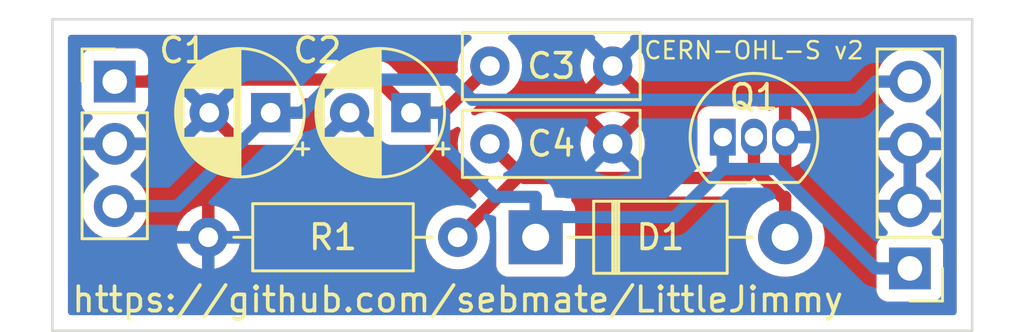
<source format=kicad_pcb>
(kicad_pcb (version 20211014) (generator pcbnew)
  (title_block (title "LittleJimmy") (date "2023-05-13") (rev "0.1") (company "Sebastian Mate"))
  (layers (0 "F.Cu" signal) (31 "B.Cu" signal) (34 "B.Paste" user) (35 "F.Paste" user) (36 "B.SilkS" user "B.Silkscreen") (37 "F.SilkS" user "F.Silkscreen") (38 "B.Mask" user) (39 "F.Mask" user) (44 "Edge.Cuts" user))
  (net 0 "")
  (net 1 "VCC")
  (net 2 "GND")
  (net 3 "+5V")
  (net 4 "Net-(C4-Pad1)")
  (footprint "Package_TO_SOT_THT:TO-92_Inline" (layer "F.Cu") (at 76.2 33.38)
    (fp_text reference "Q1" (at 1.27 -1.63 180) (layer "F.SilkS"))
    (fp_text value "BT169B")
    (fp_line (start -0.53 1.85) (end 3.07 1.85) (layer "F.SilkS") (width 0.12))
    (fp_arc (start 1.27 -2.6) (mid 3.672087 -0.994977) (end 3.108478 1.838478) (layer "F.SilkS") (width 0.12))
    (fp_arc (start -0.568478 1.838478) (mid -1.132087 -0.994977) (end 1.27 -2.6) (layer "F.SilkS") (width 0.12))
    (pad "1" thru_hole rect (at 0 0) (size 1.05 1.5) (drill 0.75) (layers *.Cu *.Mask) (net 3 "+5V"))
    (pad "2" thru_hole oval (at 1.27 0) (size 1.05 1.5) (drill 0.75) (layers *.Cu *.Mask) (net 4 "Net-(C4-Pad1)"))
    (pad "3" thru_hole oval (at 2.54 0) (size 1.05 1.5) (drill 0.75) (layers *.Cu *.Mask) (net 2 "GND"))
  )
  (footprint "Capacitor_THT:CP_Radial_D5.0mm_P2.50mm" (layer "F.Cu") (at 57.785 32.385 180)
    (fp_text reference "C1" (at 3.556 2.54) (layer "F.SilkS"))
    (fp_text value "10uF")
    (fp_line (start 3.011 -1.901) (end 3.011 -1.04) (layer "F.SilkS") (width 0.12))
    (fp_line (start 3.211 1.04) (end 3.211 1.699) (layer "F.SilkS") (width 0.12))
    (fp_line (start 2.571 1.04) (end 2.571 2.224) (layer "F.SilkS") (width 0.12))
    (fp_line (start 3.811 -0.518) (end 3.811 0.518) (layer "F.SilkS") (width 0.12))
    (fp_line (start 3.291 1.04) (end 3.291 1.605) (layer "F.SilkS") (width 0.12))
    (fp_line (start 2.211 -2.398) (end 2.211 -1.04) (layer "F.SilkS") (width 0.12))
    (fp_line (start 3.171 -1.743) (end 3.171 -1.04) (layer "F.SilkS") (width 0.12))
    (fp_line (start 2.771 -2.095) (end 2.771 -1.04) (layer "F.SilkS") (width 0.12))
    (fp_line (start 1.93 -2.491) (end 1.93 -1.04) (layer "F.SilkS") (width 0.12))
    (fp_line (start 1.49 1.04) (end 1.49 2.569) (layer "F.SilkS") (width 0.12))
    (fp_line (start 1.65 -2.55) (end 1.65 -1.04) (layer "F.SilkS") (width 0.12))
    (fp_line (start 2.131 -2.428) (end 2.131 -1.04) (layer "F.SilkS") (width 0.12))
    (fp_line (start 1.77 1.04) (end 1.77 2.528) (layer "F.SilkS") (width 0.12))
    (fp_line (start 3.491 1.04) (end 3.491 1.319) (layer "F.SilkS") (width 0.12))
    (fp_line (start 2.291 -2.365) (end 2.291 -1.04) (layer "F.SilkS") (width 0.12))
    (fp_line (start 3.771 -0.677) (end 3.771 0.677) (layer "F.SilkS") (width 0.12))
    (fp_line (start 3.131 -1.785) (end 3.131 -1.04) (layer "F.SilkS") (width 0.12))
    (fp_line (start 2.091 -2.442) (end 2.091 -1.04) (layer "F.SilkS") (width 0.12))
    (fp_line (start 3.371 -1.5) (end 3.371 -1.04) (layer "F.SilkS") (width 0.12))
    (fp_line (start 3.211 -1.699) (end 3.211 -1.04) (layer "F.SilkS") (width 0.12))
    (fp_line (start 2.371 -2.329) (end 2.371 -1.04) (layer "F.SilkS") (width 0.12))
    (fp_line (start 3.051 -1.864) (end 3.051 -1.04) (layer "F.SilkS") (width 0.12))
    (fp_line (start 3.531 -1.251) (end 3.531 -1.04) (layer "F.SilkS") (width 0.12))
    (fp_line (start 1.65 1.04) (end 1.65 2.55) (layer "F.SilkS") (width 0.12))
    (fp_line (start 1.73 -2.536) (end 1.73 -1.04) (layer "F.SilkS") (width 0.12))
    (fp_line (start 2.731 1.04) (end 2.731 2.122) (layer "F.SilkS") (width 0.12))
    (fp_line (start 3.451 1.04) (end 3.451 1.383) (layer "F.SilkS") (width 0.12))
    (fp_line (start 1.73 1.04) (end 1.73 2.536) (layer "F.SilkS") (width 0.12))
    (fp_line (start 3.571 -1.178) (end 3.571 1.178) (layer "F.SilkS") (width 0.12))
    (fp_line (start 1.69 -2.543) (end 1.69 -1.04) (layer "F.SilkS") (width 0.12))
    (fp_line (start 3.291 -1.605) (end 3.291 -1.04) (layer "F.SilkS") (width 0.12))
    (fp_line (start 2.411 1.04) (end 2.411 2.31) (layer "F.SilkS") (width 0.12))
    (fp_line (start 2.491 -2.268) (end 2.491 -1.04) (layer "F.SilkS") (width 0.12))
    (fp_line (start 2.891 -2.004) (end 2.891 -1.04) (layer "F.SilkS") (width 0.12))
    (fp_line (start 1.971 1.04) (end 1.971 2.48) (layer "F.SilkS") (width 0.12))
    (fp_line (start 2.731 -2.122) (end 2.731 -1.04) (layer "F.SilkS") (width 0.12))
    (fp_line (start 3.411 -1.443) (end 3.411 -1.04) (layer "F.SilkS") (width 0.12))
    (fp_line (start 2.491 1.04) (end 2.491 2.268) (layer "F.SilkS") (width 0.12))
    (fp_line (start 3.171 1.04) (end 3.171 1.743) (layer "F.SilkS") (width 0.12))
    (fp_line (start 2.531 -2.247) (end 2.531 -1.04) (layer "F.SilkS") (width 0.12))
    (fp_line (start 2.651 1.04) (end 2.651 2.175) (layer "F.SilkS") (width 0.12))
    (fp_line (start 2.291 1.04) (end 2.291 2.365) (layer "F.SilkS") (width 0.12))
    (fp_line (start 3.411 1.04) (end 3.411 1.443) (layer "F.SilkS") (width 0.12))
    (fp_line (start 2.611 -2.2) (end 2.611 -1.04) (layer "F.SilkS") (width 0.12))
    (fp_line (start 2.171 -2.414) (end 2.171 -1.04) (layer "F.SilkS") (width 0.12))
    (fp_line (start 3.251 1.04) (end 3.251 1.653) (layer "F.SilkS") (width 0.12))
    (fp_line (start 1.89 -2.501) (end 1.89 -1.04) (layer "F.SilkS") (width 0.12))
    (fp_line (start 2.611 1.04) (end 2.611 2.2) (layer "F.SilkS") (width 0.12))
    (fp_line (start 3.011 1.04) (end 3.011 1.901) (layer "F.SilkS") (width 0.12))
    (fp_line (start 1.93 1.04) (end 1.93 2.491) (layer "F.SilkS") (width 0.12))
    (fp_line (start 2.331 1.04) (end 2.331 2.348) (layer "F.SilkS") (width 0.12))
    (fp_line (start 2.851 1.04) (end 2.851 2.035) (layer "F.SilkS") (width 0.12))
    (fp_line (start 2.571 -2.224) (end 2.571 -1.04) (layer "F.SilkS") (width 0.12))
    (fp_line (start 2.811 1.04) (end 2.811 2.065) (layer "F.SilkS") (width 0.12))
    (fp_line (start 2.931 -1.971) (end 2.931 -1.04) (layer "F.SilkS") (width 0.12))
    (fp_line (start 2.331 -2.348) (end 2.331 -1.04) (layer "F.SilkS") (width 0.12))
    (fp_line (start 1.61 1.04) (end 1.61 2.556) (layer "F.SilkS") (width 0.12))
    (fp_line (start 2.651 -2.175) (end 2.651 -1.04) (layer "F.SilkS") (width 0.12))
    (fp_line (start 2.851 -2.035) (end 2.851 -1.04) (layer "F.SilkS") (width 0.12))
    (fp_line (start 2.091 1.04) (end 2.091 2.442) (layer "F.SilkS") (width 0.12))
    (fp_line (start 1.37 -2.578) (end 1.37 2.578) (layer "F.SilkS") (width 0.12))
    (fp_line (start 1.53 1.04) (end 1.53 2.565) (layer "F.SilkS") (width 0.12))
    (fp_line (start 2.451 -2.29) (end 2.451 -1.04) (layer "F.SilkS") (width 0.12))
    (fp_line (start 3.691 -0.915) (end 3.691 0.915) (layer "F.SilkS") (width 0.12))
    (fp_line (start 1.77 -2.528) (end 1.77 -1.04) (layer "F.SilkS") (width 0.12))
    (fp_line (start 1.25 -2.58) (end 1.25 2.58) (layer "F.SilkS") (width 0.12))
    (fp_line (start 2.771 1.04) (end 2.771 2.095) (layer "F.SilkS") (width 0.12))
    (fp_line (start 1.57 -2.561) (end 1.57 -1.04) (layer "F.SilkS") (width 0.12))
    (fp_line (start 1.53 -2.565) (end 1.53 -1.04) (layer "F.SilkS") (width 0.12))
    (fp_line (start 3.851 -0.284) (end 3.851 0.284) (layer "F.SilkS") (width 0.12))
    (fp_line (start 2.251 1.04) (end 2.251 2.382) (layer "F.SilkS") (width 0.12))
    (fp_line (start 2.811 -2.065) (end 2.811 -1.04) (layer "F.SilkS") (width 0.12))
    (fp_line (start 2.931 1.04) (end 2.931 1.971) (layer "F.SilkS") (width 0.12))
    (fp_line (start 2.531 1.04) (end 2.531 2.247) (layer "F.SilkS") (width 0.12))
    (fp_line (start 3.611 -1.098) (end 3.611 1.098) (layer "F.SilkS") (width 0.12))
    (fp_line (start 2.051 1.04) (end 2.051 2.455) (layer "F.SilkS") (width 0.12))
    (fp_line (start 3.731 -0.805) (end 3.731 0.805) (layer "F.SilkS") (width 0.12))
    (fp_line (start 1.85 -2.511) (end 1.85 -1.04) (layer "F.SilkS") (width 0.12))
    (fp_line (start 2.971 -1.937) (end 2.971 -1.04) (layer "F.SilkS") (width 0.12))
    (fp_line (start 2.131 1.04) (end 2.131 2.428) (layer "F.SilkS") (width 0.12))
    (fp_line (start 1.85 1.04) (end 1.85 2.511) (layer "F.SilkS") (width 0.12))
    (fp_line (start 1.41 -2.576) (end 1.41 2.576) (layer "F.SilkS") (width 0.12))
    (fp_line (start 1.45 -2.573) (end 1.45 2.573) (layer "F.SilkS") (width 0.12))
    (fp_line (start 3.491 -1.319) (end 3.491 -1.04) (layer "F.SilkS") (width 0.12))
    (fp_line (start 2.691 1.04) (end 2.691 2.149) (layer "F.SilkS") (width 0.12))
    (fp_line (start -1.554775 -1.475) (end -1.054775 -1.475) (layer "F.SilkS") (width 0.12))
    (fp_line (start 2.691 -2.149) (end 2.691 -1.04) (layer "F.SilkS") (width 0.12))
    (fp_line (start 1.29 -2.58) (end 1.29 2.58) (layer "F.SilkS") (width 0.12))
    (fp_line (start 2.011 -2.468) (end 2.011 -1.04) (layer "F.SilkS") (width 0.12))
    (fp_line (start 1.89 1.04) (end 1.89 2.501) (layer "F.SilkS") (width 0.12))
    (fp_line (start 3.251 -1.653) (end 3.251 -1.04) (layer "F.SilkS") (width 0.12))
    (fp_line (start 2.371 1.04) (end 2.371 2.329) (layer "F.SilkS") (width 0.12))
    (fp_line (start 3.131 1.04) (end 3.131 1.785) (layer "F.SilkS") (width 0.12))
    (fp_line (start 2.891 1.04) (end 2.891 2.004) (layer "F.SilkS") (width 0.12))
    (fp_line (start 3.531 1.04) (end 3.531 1.251) (layer "F.SilkS") (width 0.12))
    (fp_line (start 3.451 -1.383) (end 3.451 -1.04) (layer "F.SilkS") (width 0.12))
    (fp_line (start 1.81 1.04) (end 1.81 2.52) (layer "F.SilkS") (width 0.12))
    (fp_line (start 3.091 1.04) (end 3.091 1.826) (layer "F.SilkS") (width 0.12))
    (fp_line (start 1.57 1.04) (end 1.57 2.561) (layer "F.SilkS") (width 0.12))
    (fp_line (start 1.971 -2.48) (end 1.971 -1.04) (layer "F.SilkS") (width 0.12))
    (fp_line (start 2.211 1.04) (end 2.211 2.398) (layer "F.SilkS") (width 0.12))
    (fp_line (start 3.331 1.04) (end 3.331 1.554) (layer "F.SilkS") (width 0.12))
    (fp_line (start 2.971 1.04) (end 2.971 1.937) (layer "F.SilkS") (width 0.12))
    (fp_line (start 2.251 -2.382) (end 2.251 -1.04) (layer "F.SilkS") (width 0.12))
    (fp_line (start -1.304775 -1.725) (end -1.304775 -1.225) (layer "F.SilkS") (width 0.12))
    (fp_line (start 3.331 -1.554) (end 3.331 -1.04) (layer "F.SilkS") (width 0.12))
    (fp_line (start 1.61 -2.556) (end 1.61 -1.04) (layer "F.SilkS") (width 0.12))
    (fp_line (start 1.33 -2.579) (end 1.33 2.579) (layer "F.SilkS") (width 0.12))
    (fp_line (start 2.411 -2.31) (end 2.411 -1.04) (layer "F.SilkS") (width 0.12))
    (fp_line (start 3.651 -1.011) (end 3.651 1.011) (layer "F.SilkS") (width 0.12))
    (fp_line (start 3.091 -1.826) (end 3.091 -1.04) (layer "F.SilkS") (width 0.12))
    (fp_line (start 2.011 1.04) (end 2.011 2.468) (layer "F.SilkS") (width 0.12))
    (fp_line (start 1.81 -2.52) (end 1.81 -1.04) (layer "F.SilkS") (width 0.12))
    (fp_line (start 3.371 1.04) (end 3.371 1.5) (layer "F.SilkS") (width 0.12))
    (fp_line (start 2.051 -2.455) (end 2.051 -1.04) (layer "F.SilkS") (width 0.12))
    (fp_line (start 3.051 1.04) (end 3.051 1.864) (layer "F.SilkS") (width 0.12))
    (fp_line (start 2.451 1.04) (end 2.451 2.29) (layer "F.SilkS") (width 0.12))
    (fp_line (start 2.171 1.04) (end 2.171 2.414) (layer "F.SilkS") (width 0.12))
    (fp_line (start 1.49 -2.569) (end 1.49 -1.04) (layer "F.SilkS") (width 0.12))
    (fp_line (start 1.69 1.04) (end 1.69 2.543) (layer "F.SilkS") (width 0.12))
    (fp_circle (center 1.25 0) (end 3.87 0) (layer "F.SilkS") (width 0.12) (fill none))
    (pad "1" thru_hole rect (at 0 0 180) (size 1.6 1.6) (drill 0.8) (layers *.Cu *.Mask) (net 1 "VCC"))
    (pad "2" thru_hole circle (at 2.5 0 180) (size 1.6 1.6) (drill 0.8) (layers *.Cu *.Mask) (net 2 "GND"))
  )
  (footprint "Capacitor_THT:C_Rect_L7.0mm_W2.5mm_P5.00mm" (layer "F.Cu") (at 66.715 30.48)
    (fp_text reference "C3" (at 2.5 0) (layer "F.SilkS"))
    (fp_text value "100nF")
    (fp_line (start 6.12 -1.37) (end 6.12 1.37) (layer "F.SilkS") (width 0.12))
    (fp_line (start -1.12 -1.37) (end 6.12 -1.37) (layer "F.SilkS") (width 0.12))
    (fp_line (start -1.12 -1.37) (end -1.12 1.37) (layer "F.SilkS") (width 0.12))
    (fp_line (start -1.12 1.37) (end 6.12 1.37) (layer "F.SilkS") (width 0.12))
    (pad "1" thru_hole circle (at 0 0) (size 1.6 1.6) (drill 0.8) (layers *.Cu *.Mask) (net 3 "+5V"))
    (pad "2" thru_hole circle (at 5 0) (size 1.6 1.6) (drill 0.8) (layers *.Cu *.Mask) (net 2 "GND"))
  )
  (footprint "Connector_PinHeader_2.54mm:PinHeader_1x03_P2.54mm_Vertical" (layer "F.Cu") (at 51.435 31.115)
    (fp_text reference "J1" hide)
    (fp_text value "Conn_01x03")
    (fp_line (start 1.33 1.27) (end 1.33 6.41) (layer "F.SilkS") (width 0.12))
    (fp_line (start -1.33 6.41) (end 1.33 6.41) (layer "F.SilkS") (width 0.12))
    (fp_line (start -1.33 -1.33) (end 0 -1.33) (layer "F.SilkS") (width 0.12))
    (fp_line (start -1.33 1.27) (end -1.33 6.41) (layer "F.SilkS") (width 0.12))
    (fp_line (start -1.33 0) (end -1.33 -1.33) (layer "F.SilkS") (width 0.12))
    (fp_line (start -1.33 1.27) (end 1.33 1.27) (layer "F.SilkS") (width 0.12))
    (pad "1" thru_hole rect (at 0 0) (size 1.7 1.7) (drill 1) (layers *.Cu *.Mask) (net 3 "+5V"))
    (pad "2" thru_hole oval (at 0 2.54) (size 1.7 1.7) (drill 1) (layers *.Cu *.Mask) (net 2 "GND"))
    (pad "3" thru_hole oval (at 0 5.08) (size 1.7 1.7) (drill 1) (layers *.Cu *.Mask) (net 1 "VCC"))
  )
  (footprint "Capacitor_THT:C_Rect_L7.0mm_W2.5mm_P5.00mm" (layer "F.Cu") (at 66.715 33.655)
    (fp_text reference "C4" (at 2.5 0) (layer "F.SilkS"))
    (fp_text value "47nF")
    (fp_line (start -1.12 1.37) (end 6.12 1.37) (layer "F.SilkS") (width 0.12))
    (fp_line (start -1.12 -1.37) (end 6.12 -1.37) (layer "F.SilkS") (width 0.12))
    (fp_line (start 6.12 -1.37) (end 6.12 1.37) (layer "F.SilkS") (width 0.12))
    (fp_line (start -1.12 -1.37) (end -1.12 1.37) (layer "F.SilkS") (width 0.12))
    (pad "1" thru_hole circle (at 0 0) (size 1.6 1.6) (drill 0.8) (layers *.Cu *.Mask) (net 4 "Net-(C4-Pad1)"))
    (pad "2" thru_hole circle (at 5 0) (size 1.6 1.6) (drill 0.8) (layers *.Cu *.Mask) (net 2 "GND"))
  )
  (footprint "Diode_THT:D_DO-41_SOD81_P10.16mm_Horizontal" (layer "F.Cu") (at 68.58 37.465)
    (fp_text reference "D1" (at 5.08 0) (layer "F.SilkS"))
    (fp_text value "5.1V")
    (fp_line (start 1.34 0) (end 2.36 0) (layer "F.SilkS") (width 0.12))
    (fp_line (start 3.14 -1.47) (end 3.14 1.47) (layer "F.SilkS") (width 0.12))
    (fp_line (start 7.8 -1.47) (end 2.36 -1.47) (layer "F.SilkS") (width 0.12))
    (fp_line (start 7.8 1.47) (end 7.8 -1.47) (layer "F.SilkS") (width 0.12))
    (fp_line (start 3.26 -1.47) (end 3.26 1.47) (layer "F.SilkS") (width 0.12))
    (fp_line (start 2.36 1.47) (end 7.8 1.47) (layer "F.SilkS") (width 0.12))
    (fp_line (start 3.38 -1.47) (end 3.38 1.47) (layer "F.SilkS") (width 0.12))
    (fp_line (start 8.82 0) (end 7.8 0) (layer "F.SilkS") (width 0.12))
    (fp_line (start 2.36 -1.47) (end 2.36 1.47) (layer "F.SilkS") (width 0.12))
    (pad "1" thru_hole rect (at 0 0) (size 2.2 2.2) (drill 1.1) (layers *.Cu *.Mask) (net 3 "+5V"))
    (pad "2" thru_hole oval (at 10.16 0) (size 2.2 2.2) (drill 1.1) (layers *.Cu *.Mask) (net 4 "Net-(C4-Pad1)"))
  )
  (footprint "Resistor_THT:R_Axial_DIN0207_L6.3mm_D2.5mm_P10.16mm_Horizontal" (layer "F.Cu") (at 65.405 37.465 180)
    (fp_text reference "R1" (at 5.08 0) (layer "F.SilkS"))
    (fp_text value "1K")
    (fp_line (start 8.35 -1.37) (end 1.81 -1.37) (layer "F.SilkS") (width 0.12))
    (fp_line (start 8.35 1.37) (end 8.35 -1.37) (layer "F.SilkS") (width 0.12))
    (fp_line (start 9.12 0) (end 8.35 0) (layer "F.SilkS") (width 0.12))
    (fp_line (start 1.81 1.37) (end 8.35 1.37) (layer "F.SilkS") (width 0.12))
    (fp_line (start 1.81 -1.37) (end 1.81 1.37) (layer "F.SilkS") (width 0.12))
    (fp_line (start 1.04 0) (end 1.81 0) (layer "F.SilkS") (width 0.12))
    (pad "1" thru_hole circle (at 0 0 180) (size 1.6 1.6) (drill 0.8) (layers *.Cu *.Mask) (net 4 "Net-(C4-Pad1)"))
    (pad "2" thru_hole oval (at 10.16 0 180) (size 1.6 1.6) (drill 0.8) (layers *.Cu *.Mask) (net 2 "GND"))
  )
  (footprint "Capacitor_THT:CP_Radial_D5.0mm_P2.50mm" (layer "F.Cu") (at 63.5 32.385 180)
    (fp_text reference "C2" (at 3.81 2.54) (layer "F.SilkS"))
    (fp_text value "10uF")
    (fp_line (start -1.304775 -1.725) (end -1.304775 -1.225) (layer "F.SilkS") (width 0.12))
    (fp_line (start 2.411 1.04) (end 2.411 2.31) (layer "F.SilkS") (width 0.12))
    (fp_line (start 1.65 1.04) (end 1.65 2.55) (layer "F.SilkS") (width 0.12))
    (fp_line (start 3.771 -0.677) (end 3.771 0.677) (layer "F.SilkS") (width 0.12))
    (fp_line (start 2.891 1.04) (end 2.891 2.004) (layer "F.SilkS") (width 0.12))
    (fp_line (start 3.051 -1.864) (end 3.051 -1.04) (layer "F.SilkS") (width 0.12))
    (fp_line (start 1.49 1.04) (end 1.49 2.569) (layer "F.SilkS") (width 0.12))
    (fp_line (start 1.89 1.04) (end 1.89 2.501) (layer "F.SilkS") (width 0.12))
    (fp_line (start -1.554775 -1.475) (end -1.054775 -1.475) (layer "F.SilkS") (width 0.12))
    (fp_line (start 1.65 -2.55) (end 1.65 -1.04) (layer "F.SilkS") (width 0.12))
    (fp_line (start 3.451 1.04) (end 3.451 1.383) (layer "F.SilkS") (width 0.12))
    (fp_line (start 2.051 1.04) (end 2.051 2.455) (layer "F.SilkS") (width 0.12))
    (fp_line (start 1.37 -2.578) (end 1.37 2.578) (layer "F.SilkS") (width 0.12))
    (fp_line (start 3.171 1.04) (end 3.171 1.743) (layer "F.SilkS") (width 0.12))
    (fp_line (start 2.811 -2.065) (end 2.811 -1.04) (layer "F.SilkS") (width 0.12))
    (fp_line (start 2.131 -2.428) (end 2.131 -1.04) (layer "F.SilkS") (width 0.12))
    (fp_line (start 2.251 -2.382) (end 2.251 -1.04) (layer "F.SilkS") (width 0.12))
    (fp_line (start 2.851 1.04) (end 2.851 2.035) (layer "F.SilkS") (width 0.12))
    (fp_line (start 2.491 -2.268) (end 2.491 -1.04) (layer "F.SilkS") (width 0.12))
    (fp_line (start 3.091 1.04) (end 3.091 1.826) (layer "F.SilkS") (width 0.12))
    (fp_line (start 2.731 -2.122) (end 2.731 -1.04) (layer "F.SilkS") (width 0.12))
    (fp_line (start 2.971 1.04) (end 2.971 1.937) (layer "F.SilkS") (width 0.12))
    (fp_line (start 2.371 -2.329) (end 2.371 -1.04) (layer "F.SilkS") (width 0.12))
    (fp_line (start 2.451 1.04) (end 2.451 2.29) (layer "F.SilkS") (width 0.12))
    (fp_line (start 3.411 1.04) (end 3.411 1.443) (layer "F.SilkS") (width 0.12))
    (fp_line (start 3.091 -1.826) (end 3.091 -1.04) (layer "F.SilkS") (width 0.12))
    (fp_line (start 2.651 -2.175) (end 2.651 -1.04) (layer "F.SilkS") (width 0.12))
    (fp_line (start 3.291 1.04) (end 3.291 1.605) (layer "F.SilkS") (width 0.12))
    (fp_line (start 1.93 -2.491) (end 1.93 -1.04) (layer "F.SilkS") (width 0.12))
    (fp_line (start 1.85 1.04) (end 1.85 2.511) (layer "F.SilkS") (width 0.12))
    (fp_line (start 2.091 1.04) (end 2.091 2.442) (layer "F.SilkS") (width 0.12))
    (fp_line (start 3.571 -1.178) (end 3.571 1.178) (layer "F.SilkS") (width 0.12))
    (fp_line (start 3.371 -1.5) (end 3.371 -1.04) (layer "F.SilkS") (width 0.12))
    (fp_line (start 2.211 1.04) (end 2.211 2.398) (layer "F.SilkS") (width 0.12))
    (fp_line (start 2.411 -2.31) (end 2.411 -1.04) (layer "F.SilkS") (width 0.12))
    (fp_line (start 1.971 -2.48) (end 1.971 -1.04) (layer "F.SilkS") (width 0.12))
    (fp_line (start 2.011 1.04) (end 2.011 2.468) (layer "F.SilkS") (width 0.12))
    (fp_line (start 1.49 -2.569) (end 1.49 -1.04) (layer "F.SilkS") (width 0.12))
    (fp_line (start 1.77 1.04) (end 1.77 2.528) (layer "F.SilkS") (width 0.12))
    (fp_line (start 1.81 1.04) (end 1.81 2.52) (layer "F.SilkS") (width 0.12))
    (fp_line (start 2.571 -2.224) (end 2.571 -1.04) (layer "F.SilkS") (width 0.12))
    (fp_line (start 2.251 1.04) (end 2.251 2.382) (layer "F.SilkS") (width 0.12))
    (fp_line (start 2.131 1.04) (end 2.131 2.428) (layer "F.SilkS") (width 0.12))
    (fp_line (start 3.331 1.04) (end 3.331 1.554) (layer "F.SilkS") (width 0.12))
    (fp_line (start 1.81 -2.52) (end 1.81 -1.04) (layer "F.SilkS") (width 0.12))
    (fp_line (start 2.371 1.04) (end 2.371 2.329) (layer "F.SilkS") (width 0.12))
    (fp_line (start 2.011 -2.468) (end 2.011 -1.04) (layer "F.SilkS") (width 0.12))
    (fp_line (start 1.41 -2.576) (end 1.41 2.576) (layer "F.SilkS") (width 0.12))
    (fp_line (start 1.53 -2.565) (end 1.53 -1.04) (layer "F.SilkS") (width 0.12))
    (fp_line (start 2.771 1.04) (end 2.771 2.095) (layer "F.SilkS") (width 0.12))
    (fp_line (start 1.45 -2.573) (end 1.45 2.573) (layer "F.SilkS") (width 0.12))
    (fp_line (start 2.291 1.04) (end 2.291 2.365) (layer "F.SilkS") (width 0.12))
    (fp_line (start 2.451 -2.29) (end 2.451 -1.04) (layer "F.SilkS") (width 0.12))
    (fp_line (start 1.89 -2.501) (end 1.89 -1.04) (layer "F.SilkS") (width 0.12))
    (fp_line (start 3.611 -1.098) (end 3.611 1.098) (layer "F.SilkS") (width 0.12))
    (fp_line (start 1.85 -2.511) (end 1.85 -1.04) (layer "F.SilkS") (width 0.12))
    (fp_line (start 1.25 -2.58) (end 1.25 2.58) (layer "F.SilkS") (width 0.12))
    (fp_line (start 2.051 -2.455) (end 2.051 -1.04) (layer "F.SilkS") (width 0.12))
    (fp_line (start 3.211 1.04) (end 3.211 1.699) (layer "F.SilkS") (width 0.12))
    (fp_line (start 1.61 1.04) (end 1.61 2.556) (layer "F.SilkS") (width 0.12))
    (fp_line (start 2.331 1.04) (end 2.331 2.348) (layer "F.SilkS") (width 0.12))
    (fp_line (start 3.851 -0.284) (end 3.851 0.284) (layer "F.SilkS") (width 0.12))
    (fp_line (start 3.011 1.04) (end 3.011 1.901) (layer "F.SilkS") (width 0.12))
    (fp_line (start 3.291 -1.605) (end 3.291 -1.04) (layer "F.SilkS") (width 0.12))
    (fp_line (start 2.851 -2.035) (end 2.851 -1.04) (layer "F.SilkS") (width 0.12))
    (fp_line (start 3.811 -0.518) (end 3.811 0.518) (layer "F.SilkS") (width 0.12))
    (fp_line (start 3.731 -0.805) (end 3.731 0.805) (layer "F.SilkS") (width 0.12))
    (fp_line (start 2.811 1.04) (end 2.811 2.065) (layer "F.SilkS") (width 0.12))
    (fp_line (start 1.61 -2.556) (end 1.61 -1.04) (layer "F.SilkS") (width 0.12))
    (fp_line (start 2.211 -2.398) (end 2.211 -1.04) (layer "F.SilkS") (width 0.12))
    (fp_line (start 1.93 1.04) (end 1.93 2.491) (layer "F.SilkS") (width 0.12))
    (fp_line (start 3.211 -1.699) (end 3.211 -1.04) (layer "F.SilkS") (width 0.12))
    (fp_line (start 1.29 -2.58) (end 1.29 2.58) (layer "F.SilkS") (width 0.12))
    (fp_line (start 2.291 -2.365) (end 2.291 -1.04) (layer "F.SilkS") (width 0.12))
    (fp_line (start 3.051 1.04) (end 3.051 1.864) (layer "F.SilkS") (width 0.12))
    (fp_line (start 2.771 -2.095) (end 2.771 -1.04) (layer "F.SilkS") (width 0.12))
    (fp_line (start 1.57 1.04) (end 1.57 2.561) (layer "F.SilkS") (width 0.12))
    (fp_line (start 3.691 -0.915) (end 3.691 0.915) (layer "F.SilkS") (width 0.12))
    (fp_line (start 3.531 1.04) (end 3.531 1.251) (layer "F.SilkS") (width 0.12))
    (fp_line (start 2.891 -2.004) (end 2.891 -1.04) (layer "F.SilkS") (width 0.12))
    (fp_line (start 2.691 1.04) (end 2.691 2.149) (layer "F.SilkS") (width 0.12))
    (fp_line (start 2.491 1.04) (end 2.491 2.268) (layer "F.SilkS") (width 0.12))
    (fp_line (start 3.651 -1.011) (end 3.651 1.011) (layer "F.SilkS") (width 0.12))
    (fp_line (start 2.091 -2.442) (end 2.091 -1.04) (layer "F.SilkS") (width 0.12))
    (fp_line (start 3.251 1.04) (end 3.251 1.653) (layer "F.SilkS") (width 0.12))
    (fp_line (start 3.451 -1.383) (end 3.451 -1.04) (layer "F.SilkS") (width 0.12))
    (fp_line (start 3.371 1.04) (end 3.371 1.5) (layer "F.SilkS") (width 0.12))
    (fp_line (start 1.69 -2.543) (end 1.69 -1.04) (layer "F.SilkS") (width 0.12))
    (fp_line (start 3.011 -1.901) (end 3.011 -1.04) (layer "F.SilkS") (width 0.12))
    (fp_line (start 2.171 -2.414) (end 2.171 -1.04) (layer "F.SilkS") (width 0.12))
    (fp_line (start 2.651 1.04) (end 2.651 2.175) (layer "F.SilkS") (width 0.12))
    (fp_line (start 1.73 1.04) (end 1.73 2.536) (layer "F.SilkS") (width 0.12))
    (fp_line (start 2.331 -2.348) (end 2.331 -1.04) (layer "F.SilkS") (width 0.12))
    (fp_line (start 2.691 -2.149) (end 2.691 -1.04) (layer "F.SilkS") (width 0.12))
    (fp_line (start 3.131 -1.785) (end 3.131 -1.04) (layer "F.SilkS") (width 0.12))
    (fp_line (start 1.33 -2.579) (end 1.33 2.579) (layer "F.SilkS") (width 0.12))
    (fp_line (start 2.931 1.04) (end 2.931 1.971) (layer "F.SilkS") (width 0.12))
    (fp_line (start 2.931 -1.971) (end 2.931 -1.04) (layer "F.SilkS") (width 0.12))
    (fp_line (start 3.531 -1.251) (end 3.531 -1.04) (layer "F.SilkS") (width 0.12))
    (fp_line (start 1.73 -2.536) (end 1.73 -1.04) (layer "F.SilkS") (width 0.12))
    (fp_line (start 2.611 1.04) (end 2.611 2.2) (layer "F.SilkS") (width 0.12))
    (fp_line (start 2.531 -2.247) (end 2.531 -1.04) (layer "F.SilkS") (width 0.12))
    (fp_line (start 1.53 1.04) (end 1.53 2.565) (layer "F.SilkS") (width 0.12))
    (fp_line (start 3.131 1.04) (end 3.131 1.785) (layer "F.SilkS") (width 0.12))
    (fp_line (start 2.731 1.04) (end 2.731 2.122) (layer "F.SilkS") (width 0.12))
    (fp_line (start 1.57 -2.561) (end 1.57 -1.04) (layer "F.SilkS") (width 0.12))
    (fp_line (start 2.531 1.04) (end 2.531 2.247) (layer "F.SilkS") (width 0.12))
    (fp_line (start 3.251 -1.653) (end 3.251 -1.04) (layer "F.SilkS") (width 0.12))
    (fp_line (start 3.331 -1.554) (end 3.331 -1.04) (layer "F.SilkS") (width 0.12))
    (fp_line (start 3.491 -1.319) (end 3.491 -1.04) (layer "F.SilkS") (width 0.12))
    (fp_line (start 1.69 1.04) (end 1.69 2.543) (layer "F.SilkS") (width 0.12))
    (fp_line (start 3.491 1.04) (end 3.491 1.319) (layer "F.SilkS") (width 0.12))
    (fp_line (start 2.971 -1.937) (end 2.971 -1.04) (layer "F.SilkS") (width 0.12))
    (fp_line (start 2.171 1.04) (end 2.171 2.414) (layer "F.SilkS") (width 0.12))
    (fp_line (start 2.611 -2.2) (end 2.611 -1.04) (layer "F.SilkS") (width 0.12))
    (fp_line (start 2.571 1.04) (end 2.571 2.224) (layer "F.SilkS") (width 0.12))
    (fp_line (start 1.971 1.04) (end 1.971 2.48) (layer "F.SilkS") (width 0.12))
    (fp_line (start 3.171 -1.743) (end 3.171 -1.04) (layer "F.SilkS") (width 0.12))
    (fp_line (start 3.411 -1.443) (end 3.411 -1.04) (layer "F.SilkS") (width 0.12))
    (fp_line (start 1.77 -2.528) (end 1.77 -1.04) (layer "F.SilkS") (width 0.12))
    (fp_circle (center 1.25 0) (end 3.87 0) (layer "F.SilkS") (width 0.12) (fill none))
    (pad "1" thru_hole rect (at 0 0 180) (size 1.6 1.6) (drill 0.8) (layers *.Cu *.Mask) (net 3 "+5V"))
    (pad "2" thru_hole circle (at 2.5 0 180) (size 1.6 1.6) (drill 0.8) (layers *.Cu *.Mask) (net 2 "GND"))
  )
  (footprint "Connector_PinHeader_2.54mm:PinHeader_1x04_P2.54mm_Vertical" (layer "F.Cu") (at 83.82 38.735 180)
    (fp_text reference "J2" hide)
    (fp_text value "Conn_01x04")
    (fp_line (start -1.33 1.27) (end 1.33 1.27) (layer "F.SilkS") (width 0.12))
    (fp_line (start 1.33 1.27) (end 1.33 8.95) (layer "F.SilkS") (width 0.12))
    (fp_line (start -1.33 8.95) (end 1.33 8.95) (layer "F.SilkS") (width 0.12))
    (fp_line (start -1.33 -1.33) (end 0 -1.33) (layer "F.SilkS") (width 0.12))
    (fp_line (start -1.33 0) (end -1.33 -1.33) (layer "F.SilkS") (width 0.12))
    (fp_line (start -1.33 1.27) (end -1.33 8.95) (layer "F.SilkS") (width 0.12))
    (pad "1" thru_hole rect (at 0 0 180) (size 1.7 1.7) (drill 1) (layers *.Cu *.Mask) (net 3 "+5V"))
    (pad "2" thru_hole oval (at 0 2.54 180) (size 1.7 1.7) (drill 1) (layers *.Cu *.Mask) (net 2 "GND"))
    (pad "3" thru_hole oval (at 0 5.08 180) (size 1.7 1.7) (drill 1) (layers *.Cu *.Mask) (net 2 "GND"))
    (pad "4" thru_hole oval (at 0 7.62 180) (size 1.7 1.7) (drill 1) (layers *.Cu *.Mask) (net 1 "VCC"))
  )
  (gr_rect (start 86.36 41.275) (end 48.895 28.575) (layer "Edge.Cuts") (width 0.1) (fill none))
  (gr_text "https://github.com/sebmate/LittleJimmy" (at 65.405 40.005) (layer "F.SilkS") (effects (font (size 1 1))))
  (gr_text "CERN-OHL-S v2" (at 77.47 29.845) (layer "F.SilkS") (effects (font (size 0.7 0.7) (thickness 0.1))))
  (segment (start 60.4007 31.0349) (end 59.1351 32.3005) (width 0.5) (layer "B.Cu") (net 1))
  (segment (start 82.4199 31.115) (end 81.6782 31.8567) (width 0.5) (layer "B.Cu") (net 1))
  (segment (start 57.785 32.385) (end 59.1351 32.385) (width 0.5) (layer "B.Cu") (net 1))
  (segment (start 51.435 36.195) (end 53.975 36.195) (width 0.5) (layer "B.Cu") (net 1))
  (segment (start 81.6782 31.8567) (end 65.9996 31.8567) (width 0.5) (layer "B.Cu") (net 1))
  (segment (start 65.9996 31.8567) (end 65.1778 31.0349) (width 0.5) (layer "B.Cu") (net 1))
  (segment (start 59.1351 32.3005) (end 59.1351 32.385) (width 0.5) (layer "B.Cu") (net 1))
  (segment (start 53.975 36.195) (end 57.785 32.385) (width 0.5) (layer "B.Cu") (net 1))
  (segment (start 83.82 31.115) (end 82.4199 31.115) (width 0.5) (layer "B.Cu") (net 1))
  (segment (start 65.1778 31.0349) (end 60.4007 31.0349) (width 0.5) (layer "B.Cu") (net 1))
  (segment (start 62.1484 31.0334) (end 63.5 32.385) (width 0.5) (layer "F.Cu") (net 3))
  (segment (start 64.8501 32.3449) (end 66.715 30.48) (width 0.5) (layer "F.Cu") (net 3))
  (segment (start 51.435 31.115) (end 52.8351 31.115) (width 0.5) (layer "F.Cu") (net 3))
  (segment (start 63.5 32.385) (end 64.8501 32.385) (width 0.5) (layer "F.Cu") (net 3))
  (segment (start 52.8351 31.115) (end 52.9167 31.0334) (width 0.5) (layer "F.Cu") (net 3))
  (segment (start 64.8501 32.385) (end 64.8501 32.3449) (width 0.5) (layer "F.Cu") (net 3))
  (segment (start 52.9167 31.0334) (end 62.1484 31.0334) (width 0.5) (layer "F.Cu") (net 3))
  (segment (start 68.58 36.6399) (end 74.2402 36.6399) (width 0.5) (layer "B.Cu") (net 3))
  (segment (start 78.365 34.6801) (end 76.2 34.6801) (width 0.5) (layer "B.Cu") (net 3))
  (segment (start 76.2 33.38) (end 76.2 34.6801) (width 0.5) (layer "B.Cu") (net 3))
  (segment (start 66.9299 35.8149) (end 68.58 35.8149) (width 0.5) (layer "B.Cu") (net 3))
  (segment (start 74.2402 36.6399) (end 76.2 34.6801) (width 0.5) (layer "B.Cu") (net 3))
  (segment (start 63.5 32.385) (end 64.8501 32.385) (width 0.5) (layer "B.Cu") (net 3))
  (segment (start 68.58 36.6399) (end 68.58 35.8149) (width 0.5) (layer "B.Cu") (net 3))
  (segment (start 64.8501 33.7351) (end 66.9299 35.8149) (width 0.5) (layer "B.Cu") (net 3))
  (segment (start 68.58 37.465) (end 68.58 36.6399) (width 0.5) (layer "B.Cu") (net 3))
  (segment (start 82.4199 38.735) (end 78.365 34.6801) (width 0.5) (layer "B.Cu") (net 3))
  (segment (start 64.8501 32.385) (end 64.8501 33.7351) (width 0.5) (layer "B.Cu") (net 3))
  (segment (start 83.82 38.735) (end 82.4199 38.735) (width 0.5) (layer "B.Cu") (net 3))
  (segment (start 67.965 34.905) (end 65.405 37.465) (width 0.5) (layer "F.Cu") (net 4))
  (segment (start 67.965 34.905) (end 68.1053 35.0453) (width 0.5) (layer "F.Cu") (net 4))
  (segment (start 68.1053 35.0453) (end 77.1048 35.0453) (width 0.5) (layer "F.Cu") (net 4))
  (segment (start 66.715 33.655) (end 67.965 34.905) (width 0.5) (layer "F.Cu") (net 4))
  (segment (start 77.1048 35.0453) (end 77.47 34.6801) (width 0.5) (layer "F.Cu") (net 4))
  (segment (start 78.6048 35.8149) (end 77.47 34.6801) (width 0.5) (layer "F.Cu") (net 4))
  (segment (start 78.74 37.465) (end 78.74 35.8149) (width 0.5) (layer "F.Cu") (net 4))
  (segment (start 77.47 33.38) (end 77.47 34.6801) (width 0.5) (layer "F.Cu") (net 4))
  (segment (start 78.74 35.8149) (end 78.6048 35.8149) (width 0.5) (layer "F.Cu") (net 4))
  (zone (net 2) (net_name "GND") (layers F&B.Cu) (connect_pads (clearance 0.508)) (min_thickness 0.254) (fill yes (thermal_gap 0.508) (thermal_bridge_width 0.508))
    (polygon (pts (xy 85.725 40.64) (xy 49.53 40.64) (xy 49.53 29.21) (xy 85.725 29.21)))
  )
)
</source>
